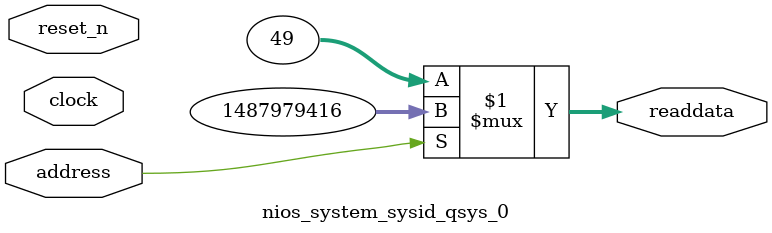
<source format=v>



// synthesis translate_off
`timescale 1ns / 1ps
// synthesis translate_on

// turn off superfluous verilog processor warnings 
// altera message_level Level1 
// altera message_off 10034 10035 10036 10037 10230 10240 10030 

module nios_system_sysid_qsys_0 (
               // inputs:
                address,
                clock,
                reset_n,

               // outputs:
                readdata
             )
;

  output  [ 31: 0] readdata;
  input            address;
  input            clock;
  input            reset_n;

  wire    [ 31: 0] readdata;
  //control_slave, which is an e_avalon_slave
  assign readdata = address ? 1487979416 : 49;

endmodule




</source>
